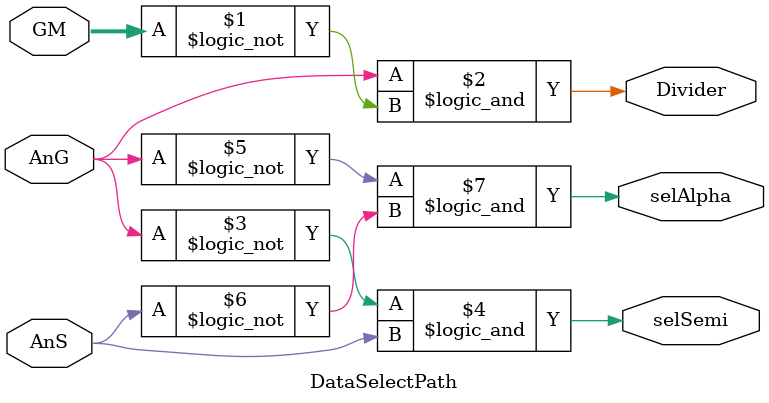
<source format=v>
`timescale 1ns / 1ps
module DataSelectPath(
		input AnG,
		input AnS,
		input [2:0] GM,
		output Divider,
		output selAlpha,
		output selSemi
    );

	assign Divider = AnG && (GM == 3'b000);
	assign selSemi = !AnG && AnS;
	assign selAlpha = !AnG && !AnS;
endmodule
</source>
